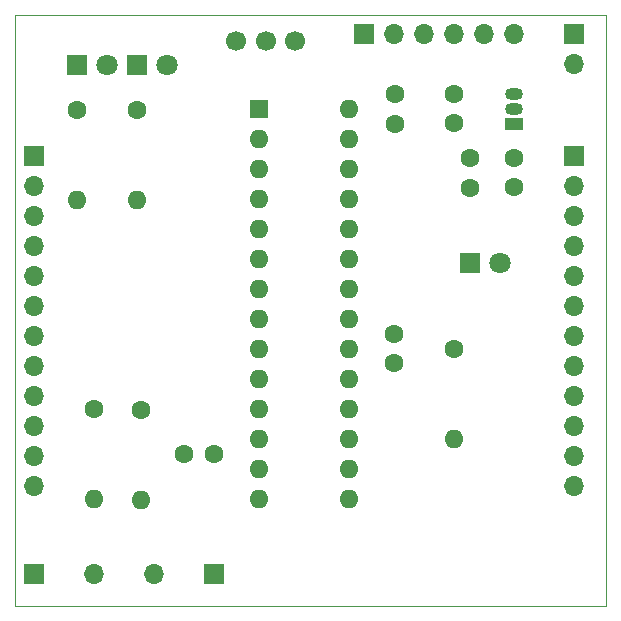
<source format=gbr>
%TF.GenerationSoftware,KiCad,Pcbnew,7.0.1-0*%
%TF.CreationDate,2023-04-19T13:51:38-05:00*%
%TF.ProjectId,ME 433 HW3,4d452034-3333-4204-9857-332e6b696361,rev?*%
%TF.SameCoordinates,Original*%
%TF.FileFunction,Soldermask,Bot*%
%TF.FilePolarity,Negative*%
%FSLAX46Y46*%
G04 Gerber Fmt 4.6, Leading zero omitted, Abs format (unit mm)*
G04 Created by KiCad (PCBNEW 7.0.1-0) date 2023-04-19 13:51:38*
%MOMM*%
%LPD*%
G01*
G04 APERTURE LIST*
%ADD10C,1.600000*%
%ADD11O,1.600000X1.600000*%
%ADD12R,1.700000X1.700000*%
%ADD13O,1.700000X1.700000*%
%ADD14R,1.500000X1.050000*%
%ADD15O,1.500000X1.050000*%
%ADD16R,1.800000X1.800000*%
%ADD17C,1.800000*%
%ADD18R,1.600000X1.600000*%
%ADD19C,1.700000*%
%TA.AperFunction,Profile*%
%ADD20C,0.100000*%
%TD*%
G04 APERTURE END LIST*
D10*
%TO.C,R4*%
X105174367Y-108020640D03*
D11*
X105174367Y-115640640D03*
%TD*%
D10*
%TO.C,C4*%
X137160000Y-106680000D03*
X137160000Y-109180000D03*
%TD*%
D12*
%TO.C,J1*%
X147320000Y-101600000D03*
D13*
X147320000Y-104140000D03*
%TD*%
D14*
%TO.C,U2*%
X142240000Y-109220000D03*
D15*
X142240000Y-107950000D03*
X142240000Y-106680000D03*
%TD*%
D16*
%TO.C,D1*%
X138455683Y-121026425D03*
D17*
X140995683Y-121026425D03*
%TD*%
D10*
%TO.C,C5*%
X142196489Y-112093623D03*
X142196489Y-114593623D03*
%TD*%
%TO.C,C1*%
X116800000Y-137160000D03*
X114300000Y-137160000D03*
%TD*%
D16*
%TO.C,D3*%
X110254367Y-104210640D03*
D17*
X112794367Y-104210640D03*
%TD*%
D12*
%TO.C,J3*%
X147320000Y-111960000D03*
D13*
X147320000Y-114500000D03*
X147320000Y-117040000D03*
X147320000Y-119580000D03*
X147320000Y-122120000D03*
X147320000Y-124660000D03*
X147320000Y-127200000D03*
X147320000Y-129740000D03*
X147320000Y-132280000D03*
X147320000Y-134820000D03*
X147320000Y-137360000D03*
X147320000Y-139900000D03*
%TD*%
D10*
%TO.C,C3*%
X132080000Y-127000000D03*
X132080000Y-129500000D03*
%TD*%
%TO.C,R5*%
X110254367Y-108020640D03*
D11*
X110254367Y-115640640D03*
%TD*%
D10*
%TO.C,R2*%
X106680000Y-133350000D03*
D11*
X106680000Y-140970000D03*
%TD*%
D12*
%TO.C,SW2*%
X101600000Y-147320000D03*
D13*
X106680000Y-147320000D03*
%TD*%
D16*
%TO.C,D2*%
X105174367Y-104210640D03*
D17*
X107714367Y-104210640D03*
%TD*%
D10*
%TO.C,C2*%
X132120000Y-106720000D03*
X132120000Y-109220000D03*
%TD*%
D12*
%TO.C,SW3*%
X116840000Y-147320000D03*
D13*
X111760000Y-147320000D03*
%TD*%
D12*
%TO.C,J4*%
X129540000Y-101600000D03*
D13*
X132080000Y-101600000D03*
X134620000Y-101600000D03*
X137160000Y-101600000D03*
X139700000Y-101600000D03*
X142240000Y-101600000D03*
%TD*%
D10*
%TO.C,R3*%
X110640135Y-133409684D03*
D11*
X110640135Y-141029684D03*
%TD*%
D18*
%TO.C,U1*%
X120660000Y-107935000D03*
D11*
X120660000Y-110475000D03*
X120660000Y-113015000D03*
X120660000Y-115555000D03*
X120660000Y-118095000D03*
X120660000Y-120635000D03*
X120660000Y-123175000D03*
X120660000Y-125715000D03*
X120660000Y-128255000D03*
X120660000Y-130795000D03*
X120660000Y-133335000D03*
X120660000Y-135875000D03*
X120660000Y-138415000D03*
X120660000Y-140955000D03*
X128280000Y-140955000D03*
X128280000Y-138415000D03*
X128280000Y-135875000D03*
X128280000Y-133335000D03*
X128280000Y-130795000D03*
X128280000Y-128255000D03*
X128280000Y-125715000D03*
X128280000Y-123175000D03*
X128280000Y-120635000D03*
X128280000Y-118095000D03*
X128280000Y-115555000D03*
X128280000Y-113015000D03*
X128280000Y-110475000D03*
X128280000Y-107935000D03*
%TD*%
D10*
%TO.C,C6*%
X138526626Y-112141284D03*
X138526626Y-114641284D03*
%TD*%
D19*
%TO.C,SW1*%
X118692852Y-102213822D03*
X121192852Y-102213822D03*
X123692852Y-102213822D03*
%TD*%
D10*
%TO.C,R1*%
X137160000Y-128270000D03*
D11*
X137160000Y-135890000D03*
%TD*%
D12*
%TO.C,J2*%
X101600000Y-111960000D03*
D13*
X101600000Y-114500000D03*
X101600000Y-117040000D03*
X101600000Y-119580000D03*
X101600000Y-122120000D03*
X101600000Y-124660000D03*
X101600000Y-127200000D03*
X101600000Y-129740000D03*
X101600000Y-132280000D03*
X101600000Y-134820000D03*
X101600000Y-137360000D03*
X101600000Y-139900000D03*
%TD*%
D20*
X100000000Y-100000000D02*
X150000000Y-100000000D01*
X150000000Y-150000000D01*
X100000000Y-150000000D01*
X100000000Y-100000000D01*
M02*

</source>
